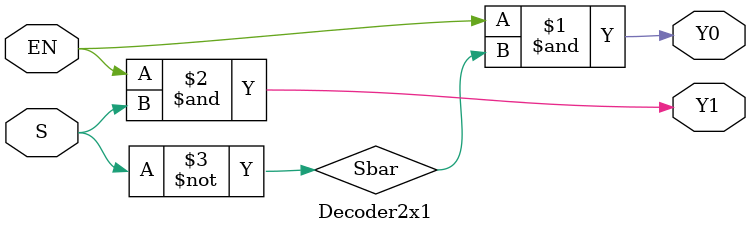
<source format=v>
module Decoder2x1(S,EN,Y0,Y1);
input S,EN;
output Y0,Y1;
wire Sbar;
not DUT1(Sbar,S);
and DUT2(Y0,EN,Sbar);
and DUT3(Y1,EN,S);
endmodule
</source>
